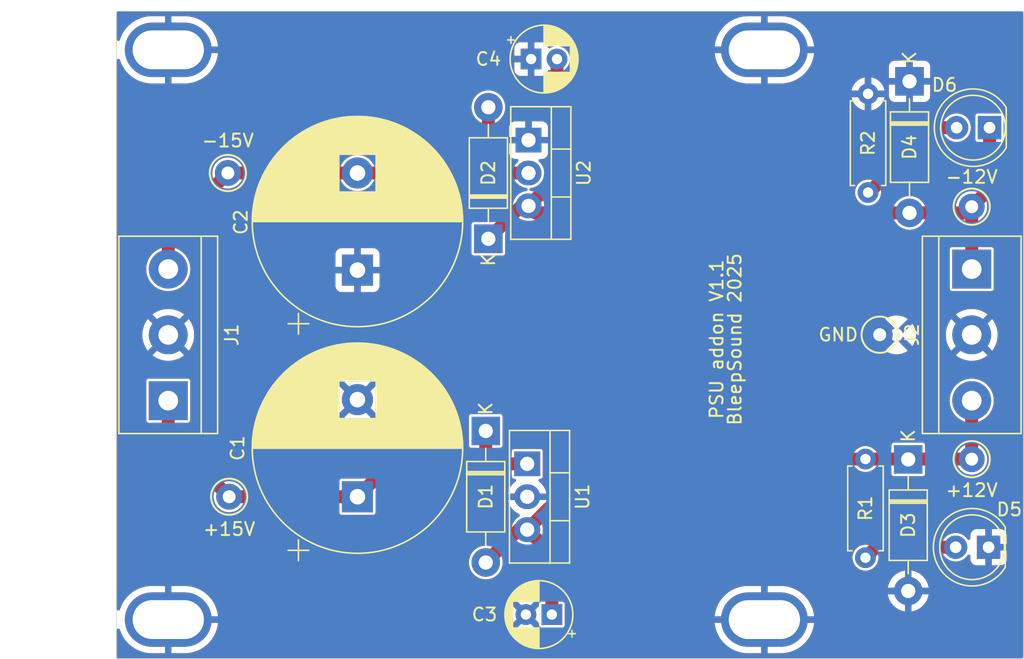
<source format=kicad_pcb>
(kicad_pcb (version 20240108) (generator "pcbnew") (generator_version "8.0")
  (layers (0 "F.Cu" signal) (31 "B.Cu" signal) (34 "B.Paste" user) (35 "F.Paste" user) (36 "B.SilkS" user "B.Silkscreen") (37 "F.SilkS" user "F.Silkscreen") (38 "B.Mask" user) (39 "F.Mask" user) (44 "Edge.Cuts" user))
  (net 0 "")
  (net 1 "GND")
  (net 2 "Net-(D1-K)")
  (net 3 "Net-(D2-A)")
  (net 4 "Net-(D1-A)")
  (net 5 "Net-(D2-K)")
  (net 6 "Net-(D5-A)")
  (net 7 "Net-(D6-A)")
  (footprint "TestPoint:TestPoint_Keystone_5000-5004_Miniature" (layer "F.Cu") (at 92 59.312755)
    (property "Reference" "TP3" (hide yes))
    (property "Value" "+12V" (at 0 2.4 0) (layer "F.SilkS"))
    (pad "1" thru_hole circle (at 0 0) (size 2 2) (drill 1) (layers "*.Cu" "*.Mask") (net 4 "Net-(D1-A)"))
  )
  (footprint "Diode_THT:D_DO-41_SOD81_P10.16mm_Horizontal" (layer "F.Cu") (at 87.1 59.332755 -90)
    (property "Reference" "D3" (at 5.08 0 90) (layer "F.SilkS"))
    (property "Value" "1N4004")
    (fp_text user "K" (at -1.82 0 90) (layer "F.SilkS"))
    (pad "1" thru_hole rect (at 0 0 270) (size 2.2 2.2) (drill 1.1) (layers "*.Cu" "*.Mask") (net 4 "Net-(D1-A)"))
    (pad "2" thru_hole oval (at 10.16 0 270) (size 2.2 2.2) (drill 1.1) (layers "*.Cu" "*.Mask") (net 1 "GND"))
  )
  (footprint "TestPoint:TestPoint_Keystone_5000-5004_Miniature" (layer "F.Cu") (at 34.6 37.212755)
    (property "Reference" "TP2" (hide yes))
    (property "Value" "-15V" (at 0 -2.5 0) (layer "F.SilkS"))
    (pad "1" thru_hole circle (at 0 0) (size 2 2) (drill 1) (layers "*.Cu" "*.Mask") (net 3 "Net-(D2-A)"))
  )
  (footprint "TestPoint:TestPoint_Keystone_5000-5004_Miniature" (layer "F.Cu") (at 92 39.812755)
    (property "Reference" "TP5" (hide yes))
    (property "Value" "-12V" (at 0 -2.3 0) (layer "F.SilkS"))
    (pad "1" thru_hole circle (at 0 0) (size 2 2) (drill 1) (layers "*.Cu" "*.Mask") (net 5 "Net-(D2-K)"))
  )
  (footprint "Kicad-perso:Doepfer Mounting hole" (layer "F.Cu") (at 30 27.7)
    (property "Reference" "H1" (hide yes))
    (property "Value" "MountingHole_Pad")
    (pad "1" thru_hole oval (at 0 0) (size 6.7 4.2) (drill oval 5.5 3) (layers "*.Cu" "*.Mask") (net 1 "GND"))
  )
  (footprint "Diode_THT:D_DO-41_SOD81_P10.16mm_Horizontal" (layer "F.Cu") (at 54.5 57.132755 -90)
    (property "Reference" "D1" (at 5.08 0 90) (layer "F.SilkS"))
    (property "Value" "1N4004")
    (fp_text user "K" (at -1.72 0 90) (layer "F.SilkS"))
    (pad "1" thru_hole rect (at 0 0 270) (size 2.2 2.2) (drill 1.1) (layers "*.Cu" "*.Mask") (net 2 "Net-(D1-K)"))
    (pad "2" thru_hole oval (at 10.16 0 270) (size 2.2 2.2) (drill 1.1) (layers "*.Cu" "*.Mask") (net 4 "Net-(D1-A)"))
  )
  (footprint "Kicad-perso:Doepfer Mounting hole" (layer "F.Cu") (at 76 27.7)
    (property "Reference" "H2" (hide yes))
    (property "Value" "MountingHole_Pad")
    (pad "1" thru_hole oval (at 0 0) (size 6.7 4.2) (drill oval 5.5 3) (layers "*.Cu" "*.Mask") (net 1 "GND"))
  )
  (footprint "Resistor_THT:R_Axial_DIN0207_L6.3mm_D2.5mm_P7.62mm_Horizontal" (layer "F.Cu") (at 83.8 66.922755 90)
    (property "Reference" "R1" (at 3.81 0 90) (layer "F.SilkS"))
    (property "Value" "2.2k")
    (pad "1" thru_hole circle (at 0 0 90) (size 1.6 1.6) (drill 0.8) (layers "*.Cu" "*.Mask") (net 6 "Net-(D5-A)"))
    (pad "2" thru_hole oval (at 7.62 0 90) (size 1.6 1.6) (drill 0.8) (layers "*.Cu" "*.Mask") (net 4 "Net-(D1-A)"))
  )
  (footprint "Diode_THT:D_DO-41_SOD81_P10.16mm_Horizontal" (layer "F.Cu") (at 54.7 42.292755 90)
    (property "Reference" "D2" (at 5.08 0 90) (layer "F.SilkS"))
    (property "Value" "1N4004")
    (fp_text user "K" (at -1.62 0 90) (layer "F.SilkS"))
    (pad "1" thru_hole rect (at 0 0 90) (size 2.2 2.2) (drill 1.1) (layers "*.Cu" "*.Mask") (net 5 "Net-(D2-K)"))
    (pad "2" thru_hole oval (at 10.16 0 90) (size 2.2 2.2) (drill 1.1) (layers "*.Cu" "*.Mask") (net 3 "Net-(D2-A)"))
  )
  (footprint "LED_THT:LED_D5.0mm_Clear" (layer "F.Cu") (at 93.3 66.112755 180)
    (property "Reference" "D5" (at -1.6 2.912755 0) (layer "F.SilkS"))
    (property "Value" "LED")
    (pad "1" thru_hole rect (at 0 0 180) (size 1.8 1.8) (drill 0.9) (layers "*.Cu" "*.Mask") (net 1 "GND"))
    (pad "2" thru_hole circle (at 2.54 0 180) (size 1.8 1.8) (drill 0.9) (layers "*.Cu" "*.Mask") (net 6 "Net-(D5-A)"))
  )
  (footprint "Capacitor_THT:CP_Radial_D16.0mm_P7.50mm" (layer "F.Cu") (at 44.6 62.212755 90)
    (property "Reference" "C1" (at 3.75 -9.25 90) (layer "F.SilkS"))
    (property "Value" "4700µF")
    (pad "1" thru_hole rect (at 0 0 90) (size 2.4 2.4) (drill 1.2) (layers "*.Cu" "*.Mask") (net 2 "Net-(D1-K)"))
    (pad "2" thru_hole circle (at 7.5 0 90) (size 2.4 2.4) (drill 1.2) (layers "*.Cu" "*.Mask") (net 1 "GND"))
  )
  (footprint "Kicad-perso:Doepfer Mounting hole" (layer "F.Cu") (at 30 71.7)
    (property "Reference" "H4" (hide yes))
    (property "Value" "MountingHole_Pad")
    (pad "1" thru_hole oval (at 0 0) (size 6.7 4.2) (drill oval 5.5 3) (layers "*.Cu" "*.Mask") (net 1 "GND"))
  )
  (footprint "TerminalBlock:TerminalBlock_bornier-3_P5.08mm" (layer "F.Cu") (at 30 54.792755 90)
    (property "Reference" "J1" (at 5.08 4.9 90) (layer "F.SilkS"))
    (property "Value" "Power output")
    (pad "1" thru_hole rect (at 0 0 90) (size 3 3) (drill 1.52) (layers "*.Cu" "*.Mask") (net 2 "Net-(D1-K)"))
    (pad "2" thru_hole circle (at 5.08 0 90) (size 3 3) (drill 1.52) (layers "*.Cu" "*.Mask") (net 1 "GND"))
    (pad "3" thru_hole circle (at 10.16 0 90) (size 3 3) (drill 1.52) (layers "*.Cu" "*.Mask") (net 3 "Net-(D2-A)"))
  )
  (footprint "TestPoint:TestPoint_Keystone_5000-5004_Miniature" (layer "F.Cu") (at 34.7 62.212755)
    (property "Reference" "TP1" (hide yes))
    (property "Value" "+15V" (at 0 2.5 0) (layer "F.SilkS"))
    (pad "1" thru_hole circle (at 0 0) (size 2 2) (drill 1) (layers "*.Cu" "*.Mask") (net 2 "Net-(D1-K)"))
  )
  (footprint "Capacitor_THT:CP_Radial_D16.0mm_P7.50mm" (layer "F.Cu") (at 44.6 44.712755 90)
    (property "Reference" "C2" (at 3.7 -9 90) (layer "F.SilkS"))
    (property "Value" "4700µF")
    (pad "1" thru_hole rect (at 0 0 90) (size 2.4 2.4) (drill 1.2) (layers "*.Cu" "*.Mask") (net 1 "GND"))
    (pad "2" thru_hole circle (at 7.5 0 90) (size 2.4 2.4) (drill 1.2) (layers "*.Cu" "*.Mask") (net 3 "Net-(D2-A)"))
  )
  (footprint "TerminalBlock:TerminalBlock_bornier-3_P5.08mm" (layer "F.Cu") (at 92 44.632755 -90)
    (property "Reference" "J2" (at 5.067245 4.6 90) (layer "F.SilkS"))
    (property "Value" "Power output")
    (pad "1" thru_hole rect (at 0 0 270) (size 3 3) (drill 1.52) (layers "*.Cu" "*.Mask") (net 5 "Net-(D2-K)"))
    (pad "2" thru_hole circle (at 5.08 0 270) (size 3 3) (drill 1.52) (layers "*.Cu" "*.Mask") (net 1 "GND"))
    (pad "3" thru_hole circle (at 10.16 0 270) (size 3 3) (drill 1.52) (layers "*.Cu" "*.Mask") (net 4 "Net-(D1-A)"))
  )
  (footprint "Resistor_THT:R_Axial_DIN0207_L6.3mm_D2.5mm_P7.62mm_Horizontal" (layer "F.Cu") (at 84 38.72 90)
    (property "Reference" "R2" (at 3.81 0 90) (layer "F.SilkS"))
    (property "Value" "2.2k")
    (pad "1" thru_hole circle (at 0 0 90) (size 1.6 1.6) (drill 0.8) (layers "*.Cu" "*.Mask") (net 7 "Net-(D6-A)"))
    (pad "2" thru_hole oval (at 7.62 0 90) (size 1.6 1.6) (drill 0.8) (layers "*.Cu" "*.Mask") (net 1 "GND"))
  )
  (footprint "Kicad-perso:Doepfer Mounting hole" (layer "F.Cu") (at 76 71.7)
    (property "Reference" "H3" (hide yes))
    (property "Value" "MountingHole_Pad")
    (pad "1" thru_hole oval (at 0 0) (size 6.7 4.2) (drill oval 5.5 3) (layers "*.Cu" "*.Mask") (net 1 "GND"))
  )
  (footprint "LED_THT:LED_D5.0mm_Clear" (layer "F.Cu") (at 93.375 33.712755 180)
    (property "Reference" "D6" (at 3.475 3.3 0) (layer "F.SilkS"))
    (property "Value" "LED")
    (pad "1" thru_hole rect (at 0 0 180) (size 1.8 1.8) (drill 0.9) (layers "*.Cu" "*.Mask") (net 5 "Net-(D2-K)"))
    (pad "2" thru_hole circle (at 2.54 0 180) (size 1.8 1.8) (drill 0.9) (layers "*.Cu" "*.Mask") (net 7 "Net-(D6-A)"))
  )
  (footprint "Package_TO_SOT_THT:TO-220-3_Vertical" (layer "F.Cu") (at 57.7 59.672755 -90)
    (property "Reference" "U1" (at 2.54 -4.27 90) (layer "F.SilkS"))
    (property "Value" "L7812")
    (pad "1" thru_hole rect (at 0 0 270) (size 1.905 2) (drill 1.1) (layers "*.Cu" "*.Mask") (net 2 "Net-(D1-K)"))
    (pad "2" thru_hole oval (at 2.54 0 270) (size 1.905 2) (drill 1.1) (layers "*.Cu" "*.Mask") (net 1 "GND"))
    (pad "3" thru_hole oval (at 5.08 0 270) (size 1.905 2) (drill 1.1) (layers "*.Cu" "*.Mask") (net 4 "Net-(D1-A)"))
  )
  (footprint "Diode_THT:D_DO-41_SOD81_P10.16mm_Horizontal" (layer "F.Cu") (at 87.2 30.132755 -90)
    (property "Reference" "D4" (at 5.08 0 90) (layer "F.SilkS"))
    (property "Value" "1N4004")
    (fp_text user "K" (at -1.82 0 90) (layer "F.SilkS"))
    (pad "1" thru_hole rect (at 0 0 270) (size 2.2 2.2) (drill 1.1) (layers "*.Cu" "*.Mask") (net 1 "GND"))
    (pad "2" thru_hole oval (at 10.16 0 270) (size 2.2 2.2) (drill 1.1) (layers "*.Cu" "*.Mask") (net 5 "Net-(D2-K)"))
  )
  (footprint "Capacitor_THT:CP_Radial_D5.0mm_P2.00mm" (layer "F.Cu") (at 58 28.412755)
    (property "Reference" "C4" (at -3.3 0 0) (layer "F.SilkS"))
    (property "Value" "100µF")
    (pad "1" thru_hole rect (at 0 0) (size 1.6 1.6) (drill 0.8) (layers "*.Cu" "*.Mask") (net 1 "GND"))
    (pad "2" thru_hole circle (at 2 0) (size 1.6 1.6) (drill 0.8) (layers "*.Cu" "*.Mask") (net 5 "Net-(D2-K)"))
  )
  (footprint "Capacitor_THT:CP_Radial_D5.0mm_P2.00mm" (layer "F.Cu") (at 59.6 71.312755 180)
    (property "Reference" "C3" (at 5.2 0 0) (layer "F.SilkS"))
    (property "Value" "100µF")
    (pad "1" thru_hole rect (at 0 0 180) (size 1.6 1.6) (drill 0.8) (layers "*.Cu" "*.Mask") (net 4 "Net-(D1-A)"))
    (pad "2" thru_hole circle (at 2 0 180) (size 1.6 1.6) (drill 0.8) (layers "*.Cu" "*.Mask") (net 1 "GND"))
  )
  (footprint "TestPoint:TestPoint_Keystone_5000-5004_Miniature" (layer "F.Cu") (at 84.9 49.7)
    (property "Reference" "TP4" (hide yes))
    (property "Value" "GND" (at -3.2 0 0) (layer "F.SilkS"))
    (pad "1" thru_hole circle (at 0 0) (size 2 2) (drill 1) (layers "*.Cu" "*.Mask") (net 1 "GND"))
  )
  (footprint "Package_TO_SOT_THT:TO-220-3_Vertical" (layer "F.Cu") (at 57.8 34.672755 -90)
    (property "Reference" "U2" (at 2.54 -4.27 90) (layer "F.SilkS"))
    (property "Value" "L7912")
    (pad "1" thru_hole rect (at 0 0 270) (size 1.905 2) (drill 1.1) (layers "*.Cu" "*.Mask") (net 1 "GND"))
    (pad "2" thru_hole oval (at 2.54 0 270) (size 1.905 2) (drill 1.1) (layers "*.Cu" "*.Mask") (net 3 "Net-(D2-A)"))
    (pad "3" thru_hole oval (at 5.08 0 270) (size 1.905 2) (drill 1.1) (layers "*.Cu" "*.Mask") (net 5 "Net-(D2-K)"))
  )
  (gr_rect (start 26 24.712755) (end 96 74.712755) (stroke (width 0.05)) (fill none) (layer "Edge.Cuts"))
  (gr_text "PSU addon V1.1" (at 72.9 56.3 90) (layer "F.SilkS") (effects (font (size 1 1)) (justify left bottom)))
  (gr_text "BleepSound 2025" (at 74.3 56.8 90) (layer "F.SilkS") (effects (font (size 1 1)) (justify left bottom)))
  (segment (start 30 57.512755) (end 34.7 62.212755) (width 1) (layer "F.Cu") (net 2))
  (segment (start 54.5 57.132755) (end 54.5 59.672755) (width 1) (layer "F.Cu") (net 2))
  (segment (start 47.14 59.672755) (end 54.5 59.672755) (width 1) (layer "F.Cu") (net 2))
  (segment (start 34.7 62.212755) (end 44.6 62.212755) (width 1) (layer "F.Cu") (net 2))
  (segment (start 47.14 59.672755) (end 44.6 62.212755) (width 1) (layer "F.Cu") (net 2))
  (segment (start 30 54.792755) (end 30 57.512755) (width 1) (layer "F.Cu") (net 2))
  (segment (start 54.5 59.672755) (end 57.7 59.672755) (width 1) (layer "F.Cu") (net 2))
  (segment (start 34.6 37.212755) (end 30 41.812755) (width 1) (layer "F.Cu") (net 3))
  (segment (start 30 41.812755) (end 30 44.632755) (width 1) (layer "F.Cu") (net 3))
  (segment (start 54.7 32.132755) (end 54.7 37.212755) (width 1) (layer "F.Cu") (net 3))
  (segment (start 44.6 37.212755) (end 54.7 37.212755) (width 1) (layer "F.Cu") (net 3))
  (segment (start 44.6 37.212755) (end 34.6 37.212755) (width 1) (layer "F.Cu") (net 3))
  (segment (start 54.7 37.212755) (end 57.8 37.212755) (width 1) (layer "F.Cu") (net 3))
  (segment (start 92 54.792755) (end 92 59.312755) (width 1) (layer "F.Cu") (net 4))
  (segment (start 57.7 64.752755) (end 57.04 64.752755) (width 1) (layer "F.Cu") (net 4))
  (segment (start 83.8 59.302755) (end 63.15 59.302755) (width 1) (layer "F.Cu") (net 4))
  (segment (start 63.15 59.302755) (end 57.7 64.752755) (width 1) (layer "F.Cu") (net 4))
  (segment (start 57.04 64.752755) (end 54.5 67.292755) (width 1) (layer "F.Cu") (net 4))
  (segment (start 91.99 59.302755) (end 92 59.312755) (width 1) (layer "F.Cu") (net 4))
  (segment (start 83.8 59.302755) (end 91.99 59.302755) (width 1) (layer "F.Cu") (net 4))
  (segment (start 59.6 71.312755) (end 59.6 66.652755) (width 1) (layer "F.Cu") (net 4))
  (segment (start 59.6 66.652755) (end 57.7 64.752755) (width 1) (layer "F.Cu") (net 4))
  (segment (start 57.24 39.752755) (end 54.7 42.292755) (width 1) (layer "F.Cu") (net 5))
  (segment (start 57.8 39.752755) (end 57.24 39.752755) (width 1) (layer "F.Cu") (net 5))
  (segment (start 58.34 40.292755) (end 57.8 39.752755) (width 1) (layer "F.Cu") (net 5))
  (segment (start 91.52 40.292755) (end 92 39.812755) (width 1) (layer "F.Cu") (net 5))
  (segment (start 93.375 38.437755) (end 92 39.812755) (width 1) (layer "F.Cu") (net 5))
  (segment (start 57.8 39.752755) (end 60 37.552755) (width 1) (layer "F.Cu") (net 5))
  (segment (start 93.375 33.712755) (end 93.375 38.437755) (width 1) (layer "F.Cu") (net 5))
  (segment (start 92 39.812755) (end 92 44.632755) (width 1) (layer "F.Cu") (net 5))
  (segment (start 60 37.552755) (end 60 28.412755) (width 1) (layer "F.Cu") (net 5))
  (segment (start 87.2 40.292755) (end 91.52 40.292755) (width 1) (layer "F.Cu") (net 5))
  (segment (start 87.2 40.292755) (end 58.34 40.292755) (width 1) (layer "F.Cu") (net 5))
  (segment (start 84.61 66.112755) (end 83.8 66.922755) (width 1) (layer "F.Cu") (net 6))
  (segment (start 90.76 66.112755) (end 84.61 66.112755) (width 1) (layer "F.Cu") (net 6))
  (segment (start 90.835 33.712755) (end 89.087245 33.712755) (width 1) (layer "F.Cu") (net 7))
  (segment (start 84.08 38.72) (end 84 38.72) (width 1) (layer "F.Cu") (net 7))
  (segment (start 89.087245 33.712755) (end 84.08 38.72) (width 1) (layer "F.Cu") (net 7))
  (zone (net 1) (net_name "GND") (layers "F&B.Cu") (connect_pads (clearance 0)) (min_thickness 0.25) (fill yes (thermal_gap 0.5) (thermal_bridge_width 0.5))
    (polygon (pts (xy 26 24.712755) (xy 26 74.712755) (xy 96 74.712755) (xy 96 24.712755)))
  )
)
</source>
